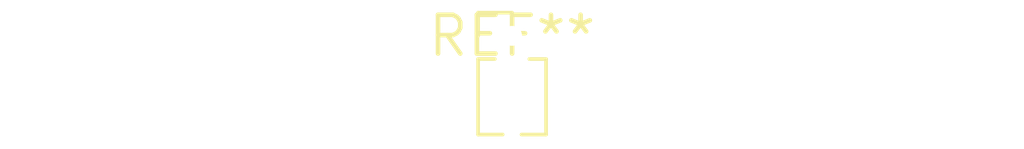
<source format=kicad_pcb>
(kicad_pcb (version 20240108) (generator pcbnew)
  (layers (0 "F.Cu" signal) (31 "B.Cu" signal) (34 "B.Paste" user) (35 "F.Paste" user) (36 "B.SilkS" user "B.Silkscreen") (37 "F.SilkS" user "F.Silkscreen") (38 "B.Mask" user) (39 "F.Mask" user) (44 "Edge.Cuts" user))
  (net 0 "")
  (footprint "PinHeader_1x03_P1.27mm_Vertical" (layer "F.Cu") (at 0 0)
    (property "Reference" "REF**")
    (property "Value" "PinHeader_1x03_P1.27mm_Vertical")
    (fp_line (start -1.11 -0.76) (end 0 -0.76) (layer "F.SilkS") (stroke (width 0.12)))
    (fp_line (start -1.11 0) (end -1.11 -0.76) (layer "F.SilkS") (stroke (width 0.12)))
    (fp_line (start -1.11 0.76) (end -1.11 3.235) (layer "F.SilkS") (stroke (width 0.12)))
    (fp_line (start -1.11 0.76) (end -0.563471 0.76) (layer "F.SilkS") (stroke (width 0.12)))
    (fp_line (start -1.11 3.235) (end -0.30753 3.235) (layer "F.SilkS") (stroke (width 0.12)))
    (fp_line (start 0.30753 3.235) (end 1.11 3.235) (layer "F.SilkS") (stroke (width 0.12)))
    (fp_line (start 0.563471 0.76) (end 1.11 0.76) (layer "F.SilkS") (stroke (width 0.12)))
    (fp_line (start 1.11 0.76) (end 1.11 3.235) (layer "F.SilkS") (stroke (width 0.12)))
    (pad "1" thru_hole rect (at 0 0) (size 1 1) (drill 0.65) (layers *.Cu *.Mask) (remove_unused_layers))
    (pad "2" thru_hole oval (at 0 1.27) (size 1 1) (drill 0.65) (layers *.Cu *.Mask) (remove_unused_layers))
    (pad "3" thru_hole oval (at 0 2.54) (size 1 1) (drill 0.65) (layers *.Cu *.Mask) (remove_unused_layers))
  )
)
</source>
